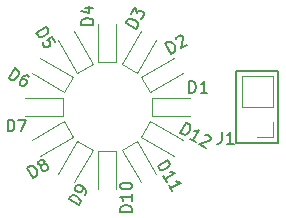
<source format=gbr>
G04 #@! TF.FileFunction,Legend,Top*
%FSLAX46Y46*%
G04 Gerber Fmt 4.6, Leading zero omitted, Abs format (unit mm)*
G04 Created by KiCad (PCBNEW 4.0.7-e2-6376~58~ubuntu16.04.1) date Fri Jun  1 11:33:50 2018*
%MOMM*%
%LPD*%
G01*
G04 APERTURE LIST*
%ADD10C,0.100000*%
%ADD11C,0.200000*%
%ADD12C,0.120000*%
%ADD13C,0.150000*%
G04 APERTURE END LIST*
D10*
D11*
X65278000Y-47752000D02*
X61722000Y-47752000D01*
X65278000Y-53848000D02*
X65278000Y-47752000D01*
X61722000Y-53848000D02*
X65278000Y-53848000D01*
X61722000Y-47752000D02*
X61722000Y-53848000D01*
D12*
X57769000Y-51550000D02*
X54569000Y-51550000D01*
X54569000Y-50050000D02*
X57769000Y-50050000D01*
X54569000Y-50050000D02*
X54569000Y-51550000D01*
X57210325Y-47965019D02*
X54439044Y-49565019D01*
X53689044Y-48265981D02*
X56460325Y-46665981D01*
X53689044Y-48265981D02*
X54439044Y-49565019D01*
X54934019Y-45139675D02*
X53334019Y-47910956D01*
X52034981Y-47160956D02*
X53634981Y-44389675D01*
X52034981Y-47160956D02*
X53334019Y-47910956D01*
X51550000Y-43831000D02*
X51550000Y-47031000D01*
X50050000Y-47031000D02*
X50050000Y-43831000D01*
X50050000Y-47031000D02*
X51550000Y-47031000D01*
X47965019Y-44389675D02*
X49565019Y-47160956D01*
X48265981Y-47910956D02*
X46665981Y-45139675D01*
X48265981Y-47910956D02*
X49565019Y-47160956D01*
X45139675Y-46665981D02*
X47910956Y-48265981D01*
X47160956Y-49565019D02*
X44389675Y-47965019D01*
X47160956Y-49565019D02*
X47910956Y-48265981D01*
X43831000Y-50050000D02*
X47031000Y-50050000D01*
X47031000Y-51550000D02*
X43831000Y-51550000D01*
X47031000Y-51550000D02*
X47031000Y-50050000D01*
X44389675Y-53634981D02*
X47160956Y-52034981D01*
X47910956Y-53334019D02*
X45139675Y-54934019D01*
X47910956Y-53334019D02*
X47160956Y-52034981D01*
X46665981Y-56460325D02*
X48265981Y-53689044D01*
X49565019Y-54439044D02*
X47965019Y-57210325D01*
X49565019Y-54439044D02*
X48265981Y-53689044D01*
X50050000Y-57769000D02*
X50050000Y-54569000D01*
X51550000Y-54569000D02*
X51550000Y-57769000D01*
X51550000Y-54569000D02*
X50050000Y-54569000D01*
X53634981Y-57210325D02*
X52034981Y-54439044D01*
X53334019Y-53689044D02*
X54934019Y-56460325D01*
X53334019Y-53689044D02*
X52034981Y-54439044D01*
X56460325Y-54934019D02*
X53689044Y-53334019D01*
X54439044Y-52034981D02*
X57210325Y-53634981D01*
X54439044Y-52034981D02*
X53689044Y-53334019D01*
X64830000Y-48200000D02*
X62170000Y-48200000D01*
X64830000Y-50800000D02*
X64830000Y-48200000D01*
X62170000Y-50800000D02*
X62170000Y-48200000D01*
X64830000Y-50800000D02*
X62170000Y-50800000D01*
X64830000Y-52070000D02*
X64830000Y-53400000D01*
X64830000Y-53400000D02*
X63500000Y-53400000D01*
D13*
X57748933Y-49618452D02*
X57748933Y-48618452D01*
X57987028Y-48618452D01*
X58129886Y-48666071D01*
X58225124Y-48761309D01*
X58272743Y-48856547D01*
X58320362Y-49047023D01*
X58320362Y-49189881D01*
X58272743Y-49380357D01*
X58225124Y-49475595D01*
X58129886Y-49570833D01*
X57987028Y-49618452D01*
X57748933Y-49618452D01*
X59272743Y-49618452D02*
X58701314Y-49618452D01*
X58987028Y-49618452D02*
X58987028Y-48618452D01*
X58891790Y-48761309D01*
X58796552Y-48856547D01*
X58701314Y-48904166D01*
X56227172Y-46302284D02*
X55727172Y-45436259D01*
X55933369Y-45317211D01*
X56080897Y-45287021D01*
X56210994Y-45321881D01*
X56299853Y-45380550D01*
X56436330Y-45521697D01*
X56507759Y-45645416D01*
X56561758Y-45834183D01*
X56568137Y-45940471D01*
X56533278Y-46070568D01*
X56433369Y-46183236D01*
X56227172Y-46302284D01*
X56599578Y-45042547D02*
X56617007Y-44977498D01*
X56675676Y-44888640D01*
X56881874Y-44769592D01*
X56988162Y-44763212D01*
X57053210Y-44780642D01*
X57142069Y-44839311D01*
X57189688Y-44921789D01*
X57219877Y-45069316D01*
X57010719Y-45849903D01*
X57546831Y-45540379D01*
X53251216Y-44191281D02*
X52385191Y-43691281D01*
X52504238Y-43485084D01*
X52616906Y-43385175D01*
X52747004Y-43350316D01*
X52853292Y-43356695D01*
X53042058Y-43410694D01*
X53165777Y-43482123D01*
X53306925Y-43618600D01*
X53365594Y-43707459D01*
X53400453Y-43837556D01*
X53370263Y-43985084D01*
X53251216Y-44191281D01*
X52837572Y-42907734D02*
X53147096Y-42371622D01*
X53310343Y-42850774D01*
X53381772Y-42727055D01*
X53470630Y-42668386D01*
X53535679Y-42650957D01*
X53641968Y-42657337D01*
X53848164Y-42776384D01*
X53906833Y-42865243D01*
X53924263Y-42930291D01*
X53917883Y-43036579D01*
X53775025Y-43284016D01*
X53686167Y-43342685D01*
X53621118Y-43360115D01*
X49618452Y-43851067D02*
X48618452Y-43851067D01*
X48618452Y-43612972D01*
X48666071Y-43470114D01*
X48761309Y-43374876D01*
X48856547Y-43327257D01*
X49047023Y-43279638D01*
X49189881Y-43279638D01*
X49380357Y-43327257D01*
X49475595Y-43374876D01*
X49570833Y-43470114D01*
X49618452Y-43612972D01*
X49618452Y-43851067D01*
X48951785Y-42422495D02*
X49618452Y-42422495D01*
X48570833Y-42660591D02*
X49285119Y-42898686D01*
X49285119Y-42279638D01*
X44780642Y-44546790D02*
X45646667Y-44046790D01*
X45765715Y-44252987D01*
X45795905Y-44400515D01*
X45761045Y-44530612D01*
X45702376Y-44619471D01*
X45561229Y-44755948D01*
X45437510Y-44827377D01*
X45248743Y-44881376D01*
X45142455Y-44887755D01*
X45012358Y-44852896D01*
X44899690Y-44752987D01*
X44780642Y-44546790D01*
X46384763Y-45325209D02*
X46146667Y-44912816D01*
X45710465Y-45109672D01*
X45775514Y-45127101D01*
X45864372Y-45185770D01*
X45983420Y-45391968D01*
X45989800Y-45498256D01*
X45972370Y-45563304D01*
X45913700Y-45652163D01*
X45707504Y-45771211D01*
X45601216Y-45777590D01*
X45536167Y-45760161D01*
X45447309Y-45701492D01*
X45328261Y-45495294D01*
X45321881Y-45389006D01*
X45339311Y-45323958D01*
X42460481Y-48394235D02*
X42960481Y-47528210D01*
X43166678Y-47647257D01*
X43266587Y-47759925D01*
X43301446Y-47890023D01*
X43295067Y-47996311D01*
X43241068Y-48185077D01*
X43169639Y-48308796D01*
X43033162Y-48449944D01*
X42944303Y-48508613D01*
X42814206Y-48543472D01*
X42666678Y-48513282D01*
X42460481Y-48394235D01*
X44197661Y-48242496D02*
X44032703Y-48147257D01*
X43926415Y-48140877D01*
X43861366Y-48158307D01*
X43707459Y-48234406D01*
X43570982Y-48375553D01*
X43380506Y-48705468D01*
X43374126Y-48811756D01*
X43391556Y-48876805D01*
X43450225Y-48965663D01*
X43615183Y-49060902D01*
X43721471Y-49067282D01*
X43786519Y-49049852D01*
X43875378Y-48991183D01*
X43994425Y-48784987D01*
X44000805Y-48678698D01*
X43983376Y-48613649D01*
X43924707Y-48524791D01*
X43759749Y-48429552D01*
X43653461Y-48423172D01*
X43588412Y-48440602D01*
X43499553Y-48499272D01*
X42374877Y-52886309D02*
X42374877Y-51886309D01*
X42612972Y-51886309D01*
X42755830Y-51933928D01*
X42851068Y-52029166D01*
X42898687Y-52124404D01*
X42946306Y-52314880D01*
X42946306Y-52457738D01*
X42898687Y-52648214D01*
X42851068Y-52743452D01*
X42755830Y-52838690D01*
X42612972Y-52886309D01*
X42374877Y-52886309D01*
X43279639Y-51886309D02*
X43946306Y-51886309D01*
X43517734Y-52886309D01*
X44546789Y-56819357D02*
X44046789Y-55953332D01*
X44252986Y-55834284D01*
X44400514Y-55804094D01*
X44530611Y-55838954D01*
X44619470Y-55897623D01*
X44755947Y-56038770D01*
X44827376Y-56162489D01*
X44881375Y-56351256D01*
X44887754Y-56457544D01*
X44852895Y-56587641D01*
X44752986Y-56700309D01*
X44546789Y-56819357D01*
X45250818Y-55753056D02*
X45144530Y-55759436D01*
X45079481Y-55742006D01*
X44990623Y-55683337D01*
X44966814Y-55642098D01*
X44960434Y-55535810D01*
X44977864Y-55470761D01*
X45036533Y-55381903D01*
X45201491Y-55286665D01*
X45307779Y-55280285D01*
X45372827Y-55297715D01*
X45461686Y-55356384D01*
X45485495Y-55397623D01*
X45491875Y-55503911D01*
X45474445Y-55568960D01*
X45415776Y-55657818D01*
X45250818Y-55753056D01*
X45192149Y-55841915D01*
X45174719Y-55906963D01*
X45181100Y-56013252D01*
X45276338Y-56178209D01*
X45365196Y-56236878D01*
X45430245Y-56254308D01*
X45536533Y-56247928D01*
X45701491Y-56152690D01*
X45760160Y-56063832D01*
X45777589Y-55998783D01*
X45771210Y-55892495D01*
X45675972Y-55727538D01*
X45587113Y-55668868D01*
X45522064Y-55651438D01*
X45415776Y-55657818D01*
X48394236Y-59139519D02*
X47528211Y-58639519D01*
X47647258Y-58433322D01*
X47759926Y-58333413D01*
X47890024Y-58298554D01*
X47996312Y-58304933D01*
X48185078Y-58358932D01*
X48308797Y-58430361D01*
X48449945Y-58566838D01*
X48508614Y-58655697D01*
X48543473Y-58785794D01*
X48513283Y-58933322D01*
X48394236Y-59139519D01*
X48918045Y-58232254D02*
X49013283Y-58067297D01*
X49019664Y-57961008D01*
X49002234Y-57895959D01*
X48926135Y-57742052D01*
X48784988Y-57605575D01*
X48455073Y-57415098D01*
X48348785Y-57408719D01*
X48283736Y-57426148D01*
X48194878Y-57484817D01*
X48099639Y-57649775D01*
X48093259Y-57756063D01*
X48110689Y-57821112D01*
X48169358Y-57909970D01*
X48375554Y-58029018D01*
X48481842Y-58035398D01*
X48546892Y-58017968D01*
X48635750Y-57959299D01*
X48730989Y-57794341D01*
X48737369Y-57688053D01*
X48719938Y-57623004D01*
X48661269Y-57534146D01*
X52886309Y-59701314D02*
X51886309Y-59701314D01*
X51886309Y-59463219D01*
X51933928Y-59320361D01*
X52029166Y-59225123D01*
X52124404Y-59177504D01*
X52314880Y-59129885D01*
X52457738Y-59129885D01*
X52648214Y-59177504D01*
X52743452Y-59225123D01*
X52838690Y-59320361D01*
X52886309Y-59463219D01*
X52886309Y-59701314D01*
X52886309Y-58177504D02*
X52886309Y-58748933D01*
X52886309Y-58463219D02*
X51886309Y-58463219D01*
X52029166Y-58558457D01*
X52124404Y-58653695D01*
X52172023Y-58748933D01*
X51886309Y-57558457D02*
X51886309Y-57463218D01*
X51933928Y-57367980D01*
X51981547Y-57320361D01*
X52076785Y-57272742D01*
X52267261Y-57225123D01*
X52505357Y-57225123D01*
X52695833Y-57272742D01*
X52791071Y-57320361D01*
X52838690Y-57367980D01*
X52886309Y-57463218D01*
X52886309Y-57558457D01*
X52838690Y-57653695D01*
X52791071Y-57701314D01*
X52695833Y-57748933D01*
X52505357Y-57796552D01*
X52267261Y-57796552D01*
X52076785Y-57748933D01*
X51981547Y-57701314D01*
X51933928Y-57653695D01*
X51886309Y-57558457D01*
X55059620Y-55814780D02*
X55925645Y-55314780D01*
X56044692Y-55520976D01*
X56074882Y-55668504D01*
X56040023Y-55798602D01*
X55981354Y-55887460D01*
X55840206Y-56023938D01*
X55716487Y-56095367D01*
X55527721Y-56149365D01*
X55421433Y-56155745D01*
X55291335Y-56120885D01*
X55178667Y-56020976D01*
X55059620Y-55814780D01*
X55821525Y-57134438D02*
X55535810Y-56639566D01*
X55678667Y-56887002D02*
X56544692Y-56387002D01*
X56373356Y-56375952D01*
X56243258Y-56341092D01*
X56154400Y-56282423D01*
X56297715Y-57959224D02*
X56012001Y-57464352D01*
X56154858Y-57711788D02*
X57020883Y-57211788D01*
X56849546Y-57200738D01*
X56719449Y-57165878D01*
X56630590Y-57107209D01*
X56996326Y-53013120D02*
X57496326Y-52147095D01*
X57702522Y-52266143D01*
X57802431Y-52378811D01*
X57837291Y-52508908D01*
X57830911Y-52615196D01*
X57776913Y-52803963D01*
X57705484Y-52927682D01*
X57569006Y-53068829D01*
X57480148Y-53127498D01*
X57350050Y-53162358D01*
X57202522Y-53132168D01*
X56996326Y-53013120D01*
X58315984Y-53775025D02*
X57821112Y-53489311D01*
X58068548Y-53632168D02*
X58568548Y-52766143D01*
X58414641Y-52842241D01*
X58284543Y-52877101D01*
X58178255Y-52870721D01*
X59098279Y-53181955D02*
X59163328Y-53164525D01*
X59269616Y-53170905D01*
X59475813Y-53289953D01*
X59534482Y-53378811D01*
X59551912Y-53443860D01*
X59545532Y-53550148D01*
X59497913Y-53632626D01*
X59385246Y-53732534D01*
X58604659Y-53941692D01*
X59140770Y-54251216D01*
X60499667Y-52919381D02*
X60499667Y-53633667D01*
X60452047Y-53776524D01*
X60356809Y-53871762D01*
X60213952Y-53919381D01*
X60118714Y-53919381D01*
X61499667Y-53919381D02*
X60928238Y-53919381D01*
X61213952Y-53919381D02*
X61213952Y-52919381D01*
X61118714Y-53062238D01*
X61023476Y-53157476D01*
X60928238Y-53205095D01*
M02*

</source>
